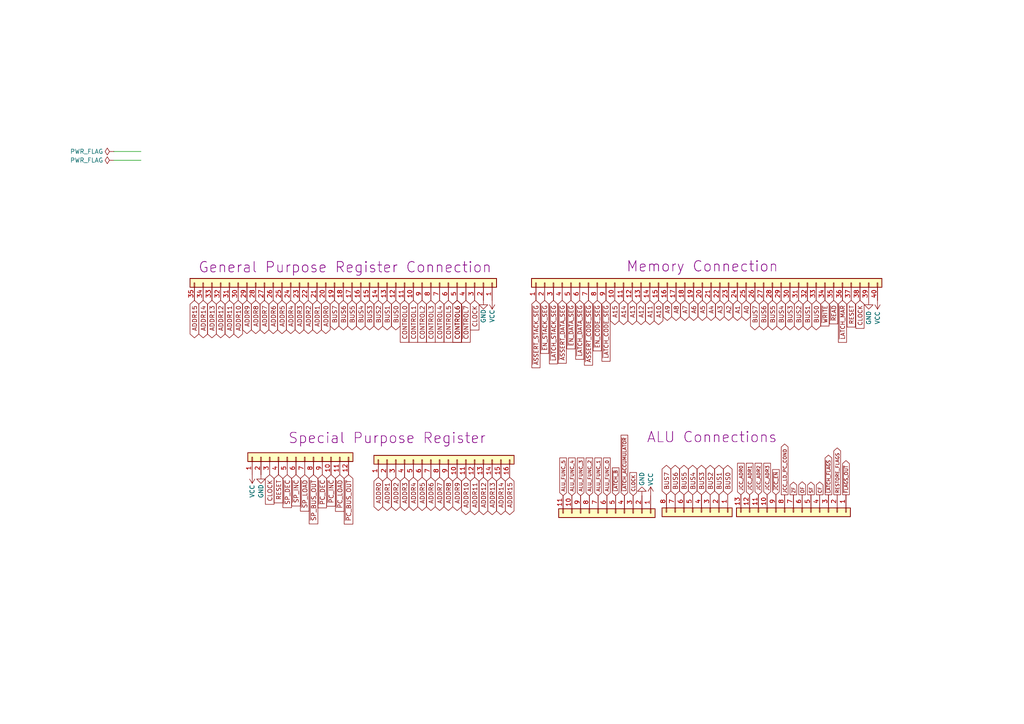
<source format=kicad_sch>
(kicad_sch (version 20211123) (generator eeschema)
  (paper "A4")
  (lib_symbols
    (symbol "Connector_Generic:Conn_01x08" (pin_names (offset 1.016) hide)
      (property "Reference" "J" (at 0 10.16 0))
      (property "Value" "Conn_01x08" (at 0 -12.7 0))
      (symbol "Conn_01x08_1_1"
        (rectangle (start -1.27 -10.033) (end 0 -10.287) (stroke (width 0.1524)))
        (rectangle (start -1.27 -7.493) (end 0 -7.747) (stroke (width 0.1524)))
        (rectangle (start -1.27 -4.953) (end 0 -5.207) (stroke (width 0.1524)))
        (rectangle (start -1.27 -2.413) (end 0 -2.667) (stroke (width 0.1524)))
        (rectangle (start -1.27 0.127) (end 0 -0.127) (stroke (width 0.1524)))
        (rectangle (start -1.27 2.667) (end 0 2.413) (stroke (width 0.1524)))
        (rectangle (start -1.27 5.207) (end 0 4.953) (stroke (width 0.1524)))
        (rectangle (start -1.27 7.747) (end 0 7.493) (stroke (width 0.1524)))
        (rectangle (start -1.27 8.89) (end 1.27 -11.43) (stroke (width 0.254)) (fill (type background)))
        (pin passive line (at -5.08 7.62 0) (length 3.81) (name "Pin_1") (number "1"))
        (pin passive line (at -5.08 5.08 0) (length 3.81) (name "Pin_2") (number "2"))
        (pin passive line (at -5.08 2.54 0) (length 3.81) (name "Pin_3") (number "3"))
        (pin passive line (at -5.08 0 0) (length 3.81) (name "Pin_4") (number "4"))
        (pin passive line (at -5.08 -2.54 0) (length 3.81) (name "Pin_5") (number "5"))
        (pin passive line (at -5.08 -5.08 0) (length 3.81) (name "Pin_6") (number "6"))
        (pin passive line (at -5.08 -7.62 0) (length 3.81) (name "Pin_7") (number "7"))
        (pin passive line (at -5.08 -10.16 0) (length 3.81) (name "Pin_8") (number "8"))
      )
    )
    (symbol "Connector_Generic:Conn_01x11" (pin_names (offset 1.016) hide)
      (property "Reference" "J" (at 0 15.24 0))
      (property "Value" "Conn_01x11" (at 0 -15.24 0))
      (symbol "Conn_01x11_1_1"
        (rectangle (start -1.27 -12.573) (end 0 -12.827) (stroke (width 0.1524)))
        (rectangle (start -1.27 -10.033) (end 0 -10.287) (stroke (width 0.1524)))
        (rectangle (start -1.27 -7.493) (end 0 -7.747) (stroke (width 0.1524)))
        (rectangle (start -1.27 -4.953) (end 0 -5.207) (stroke (width 0.1524)))
        (rectangle (start -1.27 -2.413) (end 0 -2.667) (stroke (width 0.1524)))
        (rectangle (start -1.27 0.127) (end 0 -0.127) (stroke (width 0.1524)))
        (rectangle (start -1.27 2.667) (end 0 2.413) (stroke (width 0.1524)))
        (rectangle (start -1.27 5.207) (end 0 4.953) (stroke (width 0.1524)))
        (rectangle (start -1.27 7.747) (end 0 7.493) (stroke (width 0.1524)))
        (rectangle (start -1.27 10.287) (end 0 10.033) (stroke (width 0.1524)))
        (rectangle (start -1.27 12.827) (end 0 12.573) (stroke (width 0.1524)))
        (rectangle (start -1.27 13.97) (end 1.27 -13.97) (stroke (width 0.254)) (fill (type background)))
        (pin passive line (at -5.08 12.7 0) (length 3.81) (name "Pin_1") (number "1"))
        (pin passive line (at -5.08 -10.16 0) (length 3.81) (name "Pin_10") (number "10"))
        (pin passive line (at -5.08 -12.7 0) (length 3.81) (name "Pin_11") (number "11"))
        (pin passive line (at -5.08 10.16 0) (length 3.81) (name "Pin_2") (number "2"))
        (pin passive line (at -5.08 7.62 0) (length 3.81) (name "Pin_3") (number "3"))
        (pin passive line (at -5.08 5.08 0) (length 3.81) (name "Pin_4") (number "4"))
        (pin passive line (at -5.08 2.54 0) (length 3.81) (name "Pin_5") (number "5"))
        (pin passive line (at -5.08 0 0) (length 3.81) (name "Pin_6") (number "6"))
        (pin passive line (at -5.08 -2.54 0) (length 3.81) (name "Pin_7") (number "7"))
        (pin passive line (at -5.08 -5.08 0) (length 3.81) (name "Pin_8") (number "8"))
        (pin passive line (at -5.08 -7.62 0) (length 3.81) (name "Pin_9") (number "9"))
      )
    )
    (symbol "Connector_Generic:Conn_01x12" (pin_names (offset 1.016) hide)
      (property "Reference" "J" (at 0 15.24 0))
      (property "Value" "Conn_01x12" (at 0 -17.78 0))
      (symbol "Conn_01x12_1_1"
        (rectangle (start -1.27 -15.113) (end 0 -15.367) (stroke (width 0.1524)))
        (rectangle (start -1.27 -12.573) (end 0 -12.827) (stroke (width 0.1524)))
        (rectangle (start -1.27 -10.033) (end 0 -10.287) (stroke (width 0.1524)))
        (rectangle (start -1.27 -7.493) (end 0 -7.747) (stroke (width 0.1524)))
        (rectangle (start -1.27 -4.953) (end 0 -5.207) (stroke (width 0.1524)))
        (rectangle (start -1.27 -2.413) (end 0 -2.667) (stroke (width 0.1524)))
        (rectangle (start -1.27 0.127) (end 0 -0.127) (stroke (width 0.1524)))
        (rectangle (start -1.27 2.667) (end 0 2.413) (stroke (width 0.1524)))
        (rectangle (start -1.27 5.207) (end 0 4.953) (stroke (width 0.1524)))
        (rectangle (start -1.27 7.747) (end 0 7.493) (stroke (width 0.1524)))
        (rectangle (start -1.27 10.287) (end 0 10.033) (stroke (width 0.1524)))
        (rectangle (start -1.27 12.827) (end 0 12.573) (stroke (width 0.1524)))
        (rectangle (start -1.27 13.97) (end 1.27 -16.51) (stroke (width 0.254)) (fill (type background)))
        (pin passive line (at -5.08 12.7 0) (length 3.81) (name "Pin_1") (number "1"))
        (pin passive line (at -5.08 -10.16 0) (length 3.81) (name "Pin_10") (number "10"))
        (pin passive line (at -5.08 -12.7 0) (length 3.81) (name "Pin_11") (number "11"))
        (pin passive line (at -5.08 -15.24 0) (length 3.81) (name "Pin_12") (number "12"))
        (pin passive line (at -5.08 10.16 0) (length 3.81) (name "Pin_2") (number "2"))
        (pin passive line (at -5.08 7.62 0) (length 3.81) (name "Pin_3") (number "3"))
        (pin passive line (at -5.08 5.08 0) (length 3.81) (name "Pin_4") (number "4"))
        (pin passive line (at -5.08 2.54 0) (length 3.81) (name "Pin_5") (number "5"))
        (pin passive line (at -5.08 0 0) (length 3.81) (name "Pin_6") (number "6"))
        (pin passive line (at -5.08 -2.54 0) (length 3.81) (name "Pin_7") (number "7"))
        (pin passive line (at -5.08 -5.08 0) (length 3.81) (name "Pin_8") (number "8"))
        (pin passive line (at -5.08 -7.62 0) (length 3.81) (name "Pin_9") (number "9"))
      )
    )
    (symbol "Connector_Generic:Conn_01x13" (pin_names (offset 1.016) hide)
      (property "Reference" "J" (at 0 17.78 0))
      (property "Value" "Conn_01x13" (at 0 -17.78 0))
      (symbol "Conn_01x13_1_1"
        (rectangle (start -1.27 -15.113) (end 0 -15.367) (stroke (width 0.1524)))
        (rectangle (start -1.27 -12.573) (end 0 -12.827) (stroke (width 0.1524)))
        (rectangle (start -1.27 -10.033) (end 0 -10.287) (stroke (width 0.1524)))
        (rectangle (start -1.27 -7.493) (end 0 -7.747) (stroke (width 0.1524)))
        (rectangle (start -1.27 -4.953) (end 0 -5.207) (stroke (width 0.1524)))
        (rectangle (start -1.27 -2.413) (end 0 -2.667) (stroke (width 0.1524)))
        (rectangle (start -1.27 0.127) (end 0 -0.127) (stroke (width 0.1524)))
        (rectangle (start -1.27 2.667) (end 0 2.413) (stroke (width 0.1524)))
        (rectangle (start -1.27 5.207) (end 0 4.953) (stroke (width 0.1524)))
        (rectangle (start -1.27 7.747) (end 0 7.493) (stroke (width 0.1524)))
        (rectangle (start -1.27 10.287) (end 0 10.033) (stroke (width 0.1524)))
        (rectangle (start -1.27 12.827) (end 0 12.573) (stroke (width 0.1524)))
        (rectangle (start -1.27 15.367) (end 0 15.113) (stroke (width 0.1524)))
        (rectangle (start -1.27 16.51) (end 1.27 -16.51) (stroke (width 0.254)) (fill (type background)))
        (pin passive line (at -5.08 15.24 0) (length 3.81) (name "Pin_1") (number "1"))
        (pin passive line (at -5.08 -7.62 0) (length 3.81) (name "Pin_10") (number "10"))
        (pin passive line (at -5.08 -10.16 0) (length 3.81) (name "Pin_11") (number "11"))
        (pin passive line (at -5.08 -12.7 0) (length 3.81) (name "Pin_12") (number "12"))
        (pin passive line (at -5.08 -15.24 0) (length 3.81) (name "Pin_13") (number "13"))
        (pin passive line (at -5.08 12.7 0) (length 3.81) (name "Pin_2") (number "2"))
        (pin passive line (at -5.08 10.16 0) (length 3.81) (name "Pin_3") (number "3"))
        (pin passive line (at -5.08 7.62 0) (length 3.81) (name "Pin_4") (number "4"))
        (pin passive line (at -5.08 5.08 0) (length 3.81) (name "Pin_5") (number "5"))
        (pin passive line (at -5.08 2.54 0) (length 3.81) (name "Pin_6") (number "6"))
        (pin passive line (at -5.08 0 0) (length 3.81) (name "Pin_7") (number "7"))
        (pin passive line (at -5.08 -2.54 0) (length 3.81) (name "Pin_8") (number "8"))
        (pin passive line (at -5.08 -5.08 0) (length 3.81) (name "Pin_9") (number "9"))
      )
    )
    (symbol "Connector_Generic:Conn_01x16" (pin_names (offset 1.016) hide)
      (property "Reference" "J" (at 0 20.32 0))
      (property "Value" "Conn_01x16" (at 0 -22.86 0))
      (symbol "Conn_01x16_1_1"
        (rectangle (start -1.27 -20.193) (end 0 -20.447) (stroke (width 0.1524)))
        (rectangle (start -1.27 -17.653) (end 0 -17.907) (stroke (width 0.1524)))
        (rectangle (start -1.27 -15.113) (end 0 -15.367) (stroke (width 0.1524)))
        (rectangle (start -1.27 -12.573) (end 0 -12.827) (stroke (width 0.1524)))
        (rectangle (start -1.27 -10.033) (end 0 -10.287) (stroke (width 0.1524)))
        (rectangle (start -1.27 -7.493) (end 0 -7.747) (stroke (width 0.1524)))
        (rectangle (start -1.27 -4.953) (end 0 -5.207) (stroke (width 0.1524)))
        (rectangle (start -1.27 -2.413) (end 0 -2.667) (stroke (width 0.1524)))
        (rectangle (start -1.27 0.127) (end 0 -0.127) (stroke (width 0.1524)))
        (rectangle (start -1.27 2.667) (end 0 2.413) (stroke (width 0.1524)))
        (rectangle (start -1.27 5.207) (end 0 4.953) (stroke (width 0.1524)))
        (rectangle (start -1.27 7.747) (end 0 7.493) (stroke (width 0.1524)))
        (rectangle (start -1.27 10.287) (end 0 10.033) (stroke (width 0.1524)))
        (rectangle (start -1.27 12.827) (end 0 12.573) (stroke (width 0.1524)))
        (rectangle (start -1.27 15.367) (end 0 15.113) (stroke (width 0.1524)))
        (rectangle (start -1.27 17.907) (end 0 17.653) (stroke (width 0.1524)))
        (rectangle (start -1.27 19.05) (end 1.27 -21.59) (stroke (width 0.254)) (fill (type background)))
        (pin passive line (at -5.08 17.78 0) (length 3.81) (name "Pin_1") (number "1"))
        (pin passive line (at -5.08 -5.08 0) (length 3.81) (name "Pin_10") (number "10"))
        (pin passive line (at -5.08 -7.62 0) (length 3.81) (name "Pin_11") (number "11"))
        (pin passive line (at -5.08 -10.16 0) (length 3.81) (name "Pin_12") (number "12"))
        (pin passive line (at -5.08 -12.7 0) (length 3.81) (name "Pin_13") (number "13"))
        (pin passive line (at -5.08 -15.24 0) (length 3.81) (name "Pin_14") (number "14"))
        (pin passive line (at -5.08 -17.78 0) (length 3.81) (name "Pin_15") (number "15"))
        (pin passive line (at -5.08 -20.32 0) (length 3.81) (name "Pin_16") (number "16"))
        (pin passive line (at -5.08 15.24 0) (length 3.81) (name "Pin_2") (number "2"))
        (pin passive line (at -5.08 12.7 0) (length 3.81) (name "Pin_3") (number "3"))
        (pin passive line (at -5.08 10.16 0) (length 3.81) (name "Pin_4") (number "4"))
        (pin passive line (at -5.08 7.62 0) (length 3.81) (name "Pin_5") (number "5"))
        (pin passive line (at -5.08 5.08 0) (length 3.81) (name "Pin_6") (number "6"))
        (pin passive line (at -5.08 2.54 0) (length 3.81) (name "Pin_7") (number "7"))
        (pin passive line (at -5.08 0 0) (length 3.81) (name "Pin_8") (number "8"))
        (pin passive line (at -5.08 -2.54 0) (length 3.81) (name "Pin_9") (number "9"))
      )
    )
    (symbol "Connector_Generic:Conn_01x35" (pin_names (offset 1.016) hide)
      (property "Reference" "J" (at 0 45.72 0))
      (property "Value" "Conn_01x35" (at 0 -45.72 0))
      (symbol "Conn_01x35_1_1"
        (rectangle (start -1.27 -43.053) (end 0 -43.307) (stroke (width 0.1524)))
        (rectangle (start -1.27 -40.513) (end 0 -40.767) (stroke (width 0.1524)))
        (rectangle (start -1.27 -37.973) (end 0 -38.227) (stroke (width 0.1524)))
        (rectangle (start -1.27 -35.433) (end 0 -35.687) (stroke (width 0.1524)))
        (rectangle (start -1.27 -32.893) (end 0 -33.147) (stroke (width 0.1524)))
        (rectangle (start -1.27 -30.353) (end 0 -30.607) (stroke (width 0.1524)))
        (rectangle (start -1.27 -27.813) (end 0 -28.067) (stroke (width 0.1524)))
        (rectangle (start -1.27 -25.273) (end 0 -25.527) (stroke (width 0.1524)))
        (rectangle (start -1.27 -22.733) (end 0 -22.987) (stroke (width 0.1524)))
        (rectangle (start -1.27 -20.193) (end 0 -20.447) (stroke (width 0.1524)))
        (rectangle (start -1.27 -17.653) (end 0 -17.907) (stroke (width 0.1524)))
        (rectangle (start -1.27 -15.113) (end 0 -15.367) (stroke (width 0.1524)))
        (rectangle (start -1.27 -12.573) (end 0 -12.827) (stroke (width 0.1524)))
        (rectangle (start -1.27 -10.033) (end 0 -10.287) (stroke (width 0.1524)))
        (rectangle (start -1.27 -7.493) (end 0 -7.747) (stroke (width 0.1524)))
        (rectangle (start -1.27 -4.953) (end 0 -5.207) (stroke (width 0.1524)))
        (rectangle (start -1.27 -2.413) (end 0 -2.667) (stroke (width 0.1524)))
        (rectangle (start -1.27 0.127) (end 0 -0.127) (stroke (width 0.1524)))
        (rectangle (start -1.27 2.667) (end 0 2.413) (stroke (width 0.1524)))
        (rectangle (start -1.27 5.207) (end 0 4.953) (stroke (width 0.1524)))
        (rectangle (start -1.27 7.747) (end 0 7.493) (stroke (width 0.1524)))
        (rectangle (start -1.27 10.287) (end 0 10.033) (stroke (width 0.1524)))
        (rectangle (start -1.27 12.827) (end 0 12.573) (stroke (width 0.1524)))
        (rectangle (start -1.27 15.367) (end 0 15.113) (stroke (width 0.1524)))
        (rectangle (start -1.27 17.907) (end 0 17.653) (stroke (width 0.1524)))
        (rectangle (start -1.27 20.447) (end 0 20.193) (stroke (width 0.1524)))
        (rectangle (start -1.27 22.987) (end 0 22.733) (stroke (width 0.1524)))
        (rectangle (start -1.27 25.527) (end 0 25.273) (stroke (width 0.1524)))
        (rectangle (start -1.27 28.067) (end 0 27.813) (stroke (width 0.1524)))
        (rectangle (start -1.27 30.607) (end 0 30.353) (stroke (width 0.1524)))
        (rectangle (start -1.27 33.147) (end 0 32.893) (stroke (width 0.1524)))
        (rectangle (start -1.27 35.687) (end 0 35.433) (stroke (width 0.1524)))
        (rectangle (start -1.27 38.227) (end 0 37.973) (stroke (width 0.1524)))
        (rectangle (start -1.27 40.767) (end 0 40.513) (stroke (width 0.1524)))
        (rectangle (start -1.27 43.307) (end 0 43.053) (stroke (width 0.1524)))
        (rectangle (start -1.27 44.45) (end 1.27 -44.45) (stroke (width 0.254)) (fill (type background)))
        (pin passive line (at -5.08 43.18 0) (length 3.81) (name "Pin_1") (number "1"))
        (pin passive line (at -5.08 20.32 0) (length 3.81) (name "Pin_10") (number "10"))
        (pin passive line (at -5.08 17.78 0) (length 3.81) (name "Pin_11") (number "11"))
        (pin passive line (at -5.08 15.24 0) (length 3.81) (name "Pin_12") (number "12"))
        (pin passive line (at -5.08 12.7 0) (length 3.81) (name "Pin_13") (number "13"))
        (pin passive line (at -5.08 10.16 0) (length 3.81) (name "Pin_14") (number "14"))
        (pin passive line (at -5.08 7.62 0) (length 3.81) (name "Pin_15") (number "15"))
        (pin passive line (at -5.08 5.08 0) (length 3.81) (name "Pin_16") (number "16"))
        (pin passive line (at -5.08 2.54 0) (length 3.81) (name "Pin_17") (number "17"))
        (pin passive line (at -5.08 0 0) (length 3.81) (name "Pin_18") (number "18"))
        (pin passive line (at -5.08 -2.54 0) (length 3.81) (name "Pin_19") (number "19"))
        (pin passive line (at -5.08 40.64 0) (length 3.81) (name "Pin_2") (number "2"))
        (pin passive line (at -5.08 -5.08 0) (length 3.81) (name "Pin_20") (number "20"))
        (pin passive line (at -5.08 -7.62 0) (length 3.81) (name "Pin_21") (number "21"))
        (pin passive line (at -5.08 -10.16 0) (length 3.81) (name "Pin_22") (number "22"))
        (pin passive line (at -5.08 -12.7 0) (length 3.81) (name "Pin_23") (number "23"))
        (pin passive line (at -5.08 -15.24 0) (length 3.81) (name "Pin_24") (number "24"))
        (pin passive line (at -5.08 -17.78 0) (length 3.81) (name "Pin_25") (number "25"))
        (pin passive line (at -5.08 -20.32 0) (length 3.81) (name "Pin_26") (number "26"))
        (pin passive line (at -5.08 -22.86 0) (length 3.81) (name "Pin_27") (number "27"))
        (pin passive line (at -5.08 -25.4 0) (length 3.81) (name "Pin_28") (number "28"))
        (pin passive line (at -5.08 -27.94 0) (length 3.81) (name "Pin_29") (number "29"))
        (pin passive line (at -5.08 38.1 0) (length 3.81) (name "Pin_3") (number "3"))
        (pin passive line (at -5.08 -30.48 0) (length 3.81) (name "Pin_30") (number "30"))
        (pin passive line (at -5.08 -33.02 0) (length 3.81) (name "Pin_31") (number "31"))
        (pin passive line (at -5.08 -35.56 0) (length 3.81) (name "Pin_32") (number "32"))
        (pin passive line (at -5.08 -38.1 0) (length 3.81) (name "Pin_33") (number "33"))
        (pin passive line (at -5.08 -40.64 0) (length 3.81) (name "Pin_34") (number "34"))
        (pin passive line (at -5.08 -43.18 0) (length 3.81) (name "Pin_35") (number "35"))
        (pin passive line (at -5.08 35.56 0) (length 3.81) (name "Pin_4") (number "4"))
        (pin passive line (at -5.08 33.02 0) (length 3.81) (name "Pin_5") (number "5"))
        (pin passive line (at -5.08 30.48 0) (length 3.81) (name "Pin_6") (number "6"))
        (pin passive line (at -5.08 27.94 0) (length 3.81) (name "Pin_7") (number "7"))
        (pin passive line (at -5.08 25.4 0) (length 3.81) (name "Pin_8") (number "8"))
        (pin passive line (at -5.08 22.86 0) (length 3.81) (name "Pin_9") (number "9"))
      )
    )
    (symbol "Connector_Generic:Conn_01x40" (pin_names (offset 1.016) hide)
      (property "Reference" "J" (at 0 50.8 0))
      (property "Value" "Conn_01x40" (at 0 -53.34 0))
      (symbol "Conn_01x40_1_1"
        (rectangle (start -1.27 -50.673) (end 0 -50.927) (stroke (width 0.1524)))
        (rectangle (start -1.27 -48.133) (end 0 -48.387) (stroke (width 0.1524)))
        (rectangle (start -1.27 -45.593) (end 0 -45.847) (stroke (width 0.1524)))
        (rectangle (start -1.27 -43.053) (end 0 -43.307) (stroke (width 0.1524)))
        (rectangle (start -1.27 -40.513) (end 0 -40.767) (stroke (width 0.1524)))
        (rectangle (start -1.27 -37.973) (end 0 -38.227) (stroke (width 0.1524)))
        (rectangle (start -1.27 -35.433) (end 0 -35.687) (stroke (width 0.1524)))
        (rectangle (start -1.27 -32.893) (end 0 -33.147) (stroke (width 0.1524)))
        (rectangle (start -1.27 -30.353) (end 0 -30.607) (stroke (width 0.1524)))
        (rectangle (start -1.27 -27.813) (end 0 -28.067) (stroke (width 0.1524)))
        (rectangle (start -1.27 -25.273) (end 0 -25.527) (stroke (width 0.1524)))
        (rectangle (start -1.27 -22.733) (end 0 -22.987) (stroke (width 0.1524)))
        (rectangle (start -1.27 -20.193) (end 0 -20.447) (stroke (width 0.1524)))
        (rectangle (start -1.27 -17.653) (end 0 -17.907) (stroke (width 0.1524)))
        (rectangle (start -1.27 -15.113) (end 0 -15.367) (stroke (width 0.1524)))
        (rectangle (start -1.27 -12.573) (end 0 -12.827) (stroke (width 0.1524)))
        (rectangle (start -1.27 -10.033) (end 0 -10.287) (stroke (width 0.1524)))
        (rectangle (start -1.27 -7.493) (end 0 -7.747) (stroke (width 0.1524)))
        (rectangle (start -1.27 -4.953) (end 0 -5.207) (stroke (width 0.1524)))
        (rectangle (start -1.27 -2.413) (end 0 -2.667) (stroke (width 0.1524)))
        (rectangle (start -1.27 0.127) (end 0 -0.127) (stroke (width 0.1524)))
        (rectangle (start -1.27 2.667) (end 0 2.413) (stroke (width 0.1524)))
        (rectangle (start -1.27 5.207) (end 0 4.953) (stroke (width 0.1524)))
        (rectangle (start -1.27 7.747) (end 0 7.493) (stroke (width 0.1524)))
        (rectangle (start -1.27 10.287) (end 0 10.033) (stroke (width 0.1524)))
        (rectangle (start -1.27 12.827) (end 0 12.573) (stroke (width 0.1524)))
        (rectangle (start -1.27 15.367) (end 0 15.113) (stroke (width 0.1524)))
        (rectangle (start -1.27 17.907) (end 0 17.653) (stroke (width 0.1524)))
        (rectangle (start -1.27 20.447) (end 0 20.193) (stroke (width 0.1524)))
        (rectangle (start -1.27 22.987) (end 0 22.733) (stroke (width 0.1524)))
        (rectangle (start -1.27 25.527) (end 0 25.273) (stroke (width 0.1524)))
        (rectangle (start -1.27 28.067) (end 0 27.813) (stroke (width 0.1524)))
        (rectangle (start -1.27 30.607) (end 0 30.353) (stroke (width 0.1524)))
        (rectangle (start -1.27 33.147) (end 0 32.893) (stroke (width 0.1524)))
        (rectangle (start -1.27 35.687) (end 0 35.433) (stroke (width 0.1524)))
        (rectangle (start -1.27 38.227) (end 0 37.973) (stroke (width 0.1524)))
        (rectangle (start -1.27 40.767) (end 0 40.513) (stroke (width 0.1524)))
        (rectangle (start -1.27 43.307) (end 0 43.053) (stroke (width 0.1524)))
        (rectangle (start -1.27 45.847) (end 0 45.593) (stroke (width 0.1524)))
        (rectangle (start -1.27 48.387) (end 0 48.133) (stroke (width 0.1524)))
        (rectangle (start -1.27 49.53) (end 1.27 -52.07) (stroke (width 0.254)) (fill (type background)))
        (pin passive line (at -5.08 48.26 0) (length 3.81) (name "Pin_1") (number "1"))
        (pin passive line (at -5.08 25.4 0) (length 3.81) (name "Pin_10") (number "10"))
        (pin passive line (at -5.08 22.86 0) (length 3.81) (name "Pin_11") (number "11"))
        (pin passive line (at -5.08 20.32 0) (length 3.81) (name "Pin_12") (number "12"))
        (pin passive line (at -5.08 17.78 0) (length 3.81) (name "Pin_13") (number "13"))
        (pin passive line (at -5.08 15.24 0) (length 3.81) (name "Pin_14") (number "14"))
        (pin passive line (at -5.08 12.7 0) (length 3.81) (name "Pin_15") (number "15"))
        (pin passive line (at -5.08 10.16 0) (length 3.81) (name "Pin_16") (number "16"))
        (pin passive line (at -5.08 7.62 0) (length 3.81) (name "Pin_17") (number "17"))
        (pin passive line (at -5.08 5.08 0) (length 3.81) (name "Pin_18") (number "18"))
        (pin passive line (at -5.08 2.54 0) (length 3.81) (name "Pin_19") (number "19"))
        (pin passive line (at -5.08 45.72 0) (length 3.81) (name "Pin_2") (number "2"))
        (pin passive line (at -5.08 0 0) (length 3.81) (name "Pin_20") (number "20"))
        (pin passive line (at -5.08 -2.54 0) (length 3.81) (name "Pin_21") (number "21"))
        (pin passive line (at -5.08 -5.08 0) (length 3.81) (name "Pin_22") (number "22"))
        (pin passive line (at -5.08 -7.62 0) (length 3.81) (name "Pin_23") (number "23"))
        (pin passive line (at -5.08 -10.16 0) (length 3.81) (name "Pin_24") (number "24"))
        (pin passive line (at -5.08 -12.7 0) (length 3.81) (name "Pin_25") (number "25"))
        (pin passive line (at -5.08 -15.24 0) (length 3.81) (name "Pin_26") (number "26"))
        (pin passive line (at -5.08 -17.78 0) (length 3.81) (name "Pin_27") (number "27"))
        (pin passive line (at -5.08 -20.32 0) (length 3.81) (name "Pin_28") (number "28"))
        (pin passive line (at -5.08 -22.86 0) (length 3.81) (name "Pin_29") (number "29"))
        (pin passive line (at -5.08 43.18 0) (length 3.81) (name "Pin_3") (number "3"))
        (pin passive line (at -5.08 -25.4 0) (length 3.81) (name "Pin_30") (number "30"))
        (pin passive line (at -5.08 -27.94 0) (length 3.81) (name "Pin_31") (number "31"))
        (pin passive line (at -5.08 -30.48 0) (length 3.81) (name "Pin_32") (number "32"))
        (pin passive line (at -5.08 -33.02 0) (length 3.81) (name "Pin_33") (number "33"))
        (pin passive line (at -5.08 -35.56 0) (length 3.81) (name "Pin_34") (number "34"))
        (pin passive line (at -5.08 -38.1 0) (length 3.81) (name "Pin_35") (number "35"))
        (pin passive line (at -5.08 -40.64 0) (length 3.81) (name "Pin_36") (number "36"))
        (pin passive line (at -5.08 -43.18 0) (length 3.81) (name "Pin_37") (number "37"))
        (pin passive line (at -5.08 -45.72 0) (length 3.81) (name "Pin_38") (number "38"))
        (pin passive line (at -5.08 -48.26 0) (length 3.81) (name "Pin_39") (number "39"))
        (pin passive line (at -5.08 40.64 0) (length 3.81) (name "Pin_4") (number "4"))
        (pin passive line (at -5.08 -50.8 0) (length 3.81) (name "Pin_40") (number "40"))
        (pin passive line (at -5.08 38.1 0) (length 3.81) (name "Pin_5") (number "5"))
        (pin passive line (at -5.08 35.56 0) (length 3.81) (name "Pin_6") (number "6"))
        (pin passive line (at -5.08 33.02 0) (length 3.81) (name "Pin_7") (number "7"))
        (pin passive line (at -5.08 30.48 0) (length 3.81) (name "Pin_8") (number "8"))
        (pin passive line (at -5.08 27.94 0) (length 3.81) (name "Pin_9") (number "9"))
      )
    )
    (symbol "power:GND" (power) (pin_names (offset 0))
      (property "Value" "GND" (at 0 -3.81 0))
      (symbol "GND_0_1"
        (polyline (pts (xy 0 0) (xy 0 -1.27) (xy 1.27 -1.27) (xy 0 -2.54) (xy -1.27 -1.27) (xy 0 -1.27)))
      )
      (symbol "GND_1_1"
        (pin power_in line (at 0 0 270) (length 0) hide (name "GND") (number "1"))
      )
    )
    (symbol "power:PWR_FLAG" (power) (pin_numbers hide) (pin_names (offset 0) hide)
      (property "Value" "PWR_FLAG" (at 0 3.81 0))
      (symbol "PWR_FLAG_0_0"
        (pin power_out line (at 0 0 90) (length 0) (name "pwr") (number "1"))
      )
      (symbol "PWR_FLAG_0_1"
        (polyline (pts (xy 0 0) (xy 0 1.27) (xy -1.016 1.905) (xy 0 2.54) (xy 1.016 1.905) (xy 0 1.27)))
      )
    )
    (symbol "power:VCC" (power) (pin_names (offset 0))
      (property "Value" "VCC" (at 0 3.81 0))
      (symbol "VCC_0_1"
        (polyline (pts (xy -0.762 1.27) (xy 0 2.54)))
        (polyline (pts (xy 0 0) (xy 0 2.54)))
        (polyline (pts (xy 0 2.54) (xy 0.762 1.27)))
      )
      (symbol "VCC_1_1"
        (pin power_in line (at 0 0 90) (length 0) hide (name "VCC") (number "1"))
      )
    )
  )
  (wire (pts (xy 33.02 43.942) (xy 40.894 43.942)))
  (wire (pts (xy 33.02 46.482) (xy 40.894 46.482)))
  (global_label "A4" (shape tri_state) (at 206.248 87.122 270) (property "Intersheet References" "${INTERSHEET_REFS}" (effects hide)))
  (global_label "JCC_LD_PC_COND" (shape output) (at 227.584 143.51 90) (effects (font (size 0.9906 0.9906))) (property "Intersheet References" "${INTERSHEET_REFS}" (effects hide)))
  (global_label "ADDR6" (shape tri_state) (at 79.248 87.122 270) (property "Intersheet References" "${INTERSHEET_REFS}" (effects hide)))
  (global_label "~{ASSERT_STACK_SEG}" (shape input) (at 155.448 87.122 270) (effects (font (size 1.2 1.2))) (property "Intersheet References" "${INTERSHEET_REFS}" (effects hide)))
  (global_label "BUS0" (shape tri_state) (at 211.074 143.51 90) (property "Intersheet References" "${INTERSHEET_REFS}" (effects hide)))
  (global_label "ALU_FUNC_5" (shape input) (at 163.322 143.764 90) (effects (font (size 0.9906 0.9906))) (property "Intersheet References" "${INTERSHEET_REFS}" (effects hide)))
  (global_label "ADDR2" (shape tri_state) (at 89.408 87.122 270) (property "Intersheet References" "${INTERSHEET_REFS}" (effects hide)))
  (global_label "~{READ}" (shape input) (at 241.808 87.122 270) (effects (font (size 1.2 1.2))) (property "Intersheet References" "${INTERSHEET_REFS}" (effects hide)))
  (global_label "A5" (shape tri_state) (at 203.708 87.122 270) (property "Intersheet References" "${INTERSHEET_REFS}" (effects hide)))
  (global_label "ADDR10" (shape tri_state) (at 69.088 87.122 270) (property "Intersheet References" "${INTERSHEET_REFS}" (effects hide)))
  (global_label "A15" (shape tri_state) (at 178.308 87.122 270) (property "Intersheet References" "${INTERSHEET_REFS}" (effects hide)))
  (global_label "~{LATCH_B}" (shape input) (at 178.562 143.764 90) (effects (font (size 0.9906 0.9906))) (property "Intersheet References" "${INTERSHEET_REFS}" (effects hide)))
  (global_label "BUS1" (shape tri_state) (at 208.534 143.51 90) (property "Intersheet References" "${INTERSHEET_REFS}" (effects hide)))
  (global_label "ADDR9" (shape tri_state) (at 132.588 138.43 270) (property "Intersheet References" "${INTERSHEET_REFS}" (effects hide)))
  (global_label "CLOCK" (shape input) (at 78.232 137.668 270) (property "Intersheet References" "${INTERSHEET_REFS}" (effects hide)))
  (global_label "OF" (shape output) (at 232.664 143.51 90) (effects (font (size 0.9906 0.9906))) (property "Intersheet References" "${INTERSHEET_REFS}" (effects hide)))
  (global_label "ALU_FUNC_1" (shape input) (at 173.482 143.764 90) (effects (font (size 0.9906 0.9906))) (property "Intersheet References" "${INTERSHEET_REFS}" (effects hide)))
  (global_label "~{LATCH_DATA_SEG}" (shape input) (at 168.148 87.122 270) (effects (font (size 1.2 1.2))) (property "Intersheet References" "${INTERSHEET_REFS}" (effects hide)))
  (global_label "A0" (shape tri_state) (at 216.408 87.122 270) (property "Intersheet References" "${INTERSHEET_REFS}" (effects hide)))
  (global_label "CONTROL2" (shape input) (at 122.428 87.122 270) (property "Intersheet References" "${INTERSHEET_REFS}" (effects hide)))
  (global_label "ADDR12" (shape tri_state) (at 140.208 138.43 270) (property "Intersheet References" "${INTERSHEET_REFS}" (effects hide)))
  (global_label "~{PC_DEC}" (shape input) (at 93.472 137.668 270) (property "Intersheet References" "${INTERSHEET_REFS}" (effects hide)))
  (global_label "CONTROL6" (shape input) (at 132.588 87.122 270) (property "Intersheet References" "${INTERSHEET_REFS}" (effects hide)))
  (global_label "ADDR7" (shape tri_state) (at 76.708 87.122 270) (property "Intersheet References" "${INTERSHEET_REFS}" (effects hide)))
  (global_label "JCC_ADR2" (shape input) (at 219.964 143.51 90) (effects (font (size 0.9906 0.9906))) (property "Intersheet References" "${INTERSHEET_REFS}" (effects hide)))
  (global_label "ZF" (shape output) (at 230.124 143.51 90) (effects (font (size 0.9906 0.9906))) (property "Intersheet References" "${INTERSHEET_REFS}" (effects hide)))
  (global_label "ADDR6" (shape tri_state) (at 124.968 138.43 270) (property "Intersheet References" "${INTERSHEET_REFS}" (effects hide)))
  (global_label "A14" (shape tri_state) (at 180.848 87.122 270) (property "Intersheet References" "${INTERSHEET_REFS}" (effects hide)))
  (global_label "~{LATCH_CODE_SEG}" (shape input) (at 175.768 87.122 270) (effects (font (size 1.2 1.2))) (property "Intersheet References" "${INTERSHEET_REFS}" (effects hide)))
  (global_label "ADDR4" (shape tri_state) (at 84.328 87.122 270) (property "Intersheet References" "${INTERSHEET_REFS}" (effects hide)))
  (global_label "ADDR10" (shape tri_state) (at 135.128 138.43 270) (property "Intersheet References" "${INTERSHEET_REFS}" (effects hide)))
  (global_label "ADDR4" (shape tri_state) (at 119.888 138.43 270) (property "Intersheet References" "${INTERSHEET_REFS}" (effects hide)))
  (global_label "ADDR11" (shape tri_state) (at 137.668 138.43 270) (property "Intersheet References" "${INTERSHEET_REFS}" (effects hide)))
  (global_label "CLOCK" (shape input) (at 249.428 87.122 270) (effects (font (size 1.2 1.2))) (property "Intersheet References" "${INTERSHEET_REFS}" (effects hide)))
  (global_label "BUS3" (shape tri_state) (at 203.454 143.51 90) (property "Intersheet References" "${INTERSHEET_REFS}" (effects hide)))
  (global_label "ADDR7" (shape tri_state) (at 127.508 138.43 270) (property "Intersheet References" "${INTERSHEET_REFS}" (effects hide)))
  (global_label "ADDR14" (shape tri_state) (at 58.928 87.122 270) (property "Intersheet References" "${INTERSHEET_REFS}" (effects hide)))
  (global_label "~{SP_LOAD}" (shape input) (at 88.392 137.668 270) (property "Intersheet References" "${INTERSHEET_REFS}" (effects hide)))
  (global_label "ADDR1" (shape tri_state) (at 91.948 87.122 270) (property "Intersheet References" "${INTERSHEET_REFS}" (effects hide)))
  (global_label "BUS2" (shape tri_state) (at 231.648 87.122 270) (property "Intersheet References" "${INTERSHEET_REFS}" (effects hide)))
  (global_label "CONTROL6" (shape input) (at 132.588 87.122 270) (property "Intersheet References" "${INTERSHEET_REFS}" (effects hide)))
  (global_label "BUS3" (shape tri_state) (at 229.108 87.122 270) (property "Intersheet References" "${INTERSHEET_REFS}" (effects hide)))
  (global_label "BUS7" (shape tri_state) (at 218.948 87.122 270) (property "Intersheet References" "${INTERSHEET_REFS}" (effects hide)))
  (global_label "~{LATCH_FLAGS}" (shape output) (at 240.284 143.51 90) (effects (font (size 0.9906 0.9906))) (property "Intersheet References" "${INTERSHEET_REFS}" (effects hide)))
  (global_label "ALU_FUNC_4" (shape input) (at 165.862 143.764 90) (effects (font (size 0.9906 0.9906))) (property "Intersheet References" "${INTERSHEET_REFS}" (effects hide)))
  (global_label "ADDR0" (shape tri_state) (at 94.488 87.122 270) (property "Intersheet References" "${INTERSHEET_REFS}" (effects hide)))
  (global_label "ADDR3" (shape tri_state) (at 86.868 87.122 270) (property "Intersheet References" "${INTERSHEET_REFS}" (effects hide)))
  (global_label "CLOCK" (shape input) (at 183.642 143.764 90) (effects (font (size 0.9906 0.9906))) (property "Intersheet References" "${INTERSHEET_REFS}" (effects hide)))
  (global_label "ADDR0" (shape tri_state) (at 109.728 138.43 270) (property "Intersheet References" "${INTERSHEET_REFS}" (effects hide)))
  (global_label "~{ASSERT_DATA_SEG}" (shape input) (at 163.068 87.122 270) (effects (font (size 1.2 1.2))) (property "Intersheet References" "${INTERSHEET_REFS}" (effects hide)))
  (global_label "RESET" (shape input) (at 80.772 137.668 270) (property "Intersheet References" "${INTERSHEET_REFS}" (effects hide)))
  (global_label "ADDR11" (shape tri_state) (at 66.548 87.122 270) (property "Intersheet References" "${INTERSHEET_REFS}" (effects hide)))
  (global_label "ALU_FUNC_3" (shape input) (at 168.402 143.764 90) (effects (font (size 0.9906 0.9906))) (property "Intersheet References" "${INTERSHEET_REFS}" (effects hide)))
  (global_label "~{SP_DEC}" (shape input) (at 83.312 137.668 270) (property "Intersheet References" "${INTERSHEET_REFS}" (effects hide)))
  (global_label "ADDR2" (shape tri_state) (at 114.808 138.43 270) (property "Intersheet References" "${INTERSHEET_REFS}" (effects hide)))
  (global_label "CONTROL5" (shape input) (at 130.048 87.122 270) (property "Intersheet References" "${INTERSHEET_REFS}" (effects hide)))
  (global_label "~{LATCH_MAR}" (shape input) (at 244.348 87.122 270) (effects (font (size 1.2 1.2))) (property "Intersheet References" "${INTERSHEET_REFS}" (effects hide)))
  (global_label "A9" (shape tri_state) (at 193.548 87.122 270) (property "Intersheet References" "${INTERSHEET_REFS}" (effects hide)))
  (global_label "A11" (shape tri_state) (at 188.468 87.122 270) (property "Intersheet References" "${INTERSHEET_REFS}" (effects hide)))
  (global_label "CONTROL3" (shape input) (at 124.968 87.122 270) (property "Intersheet References" "${INTERSHEET_REFS}" (effects hide)))
  (global_label "A1" (shape tri_state) (at 213.868 87.122 270) (property "Intersheet References" "${INTERSHEET_REFS}" (effects hide)))
  (global_label "BUS5" (shape tri_state) (at 198.374 143.51 90) (property "Intersheet References" "${INTERSHEET_REFS}" (effects hide)))
  (global_label "~{PC_BUS_OUT}" (shape input) (at 101.092 137.668 270) (property "Intersheet References" "${INTERSHEET_REFS}" (effects hide)))
  (global_label "BUS3" (shape tri_state) (at 107.188 87.122 270) (property "Intersheet References" "${INTERSHEET_REFS}" (effects hide)))
  (global_label "ADDR15" (shape tri_state) (at 147.828 138.43 270) (property "Intersheet References" "${INTERSHEET_REFS}" (effects hide)))
  (global_label "ADDR8" (shape tri_state) (at 130.048 138.43 270) (property "Intersheet References" "${INTERSHEET_REFS}" (effects hide)))
  (global_label "BUS4" (shape tri_state) (at 200.914 143.51 90) (property "Intersheet References" "${INTERSHEET_REFS}" (effects hide)))
  (global_label "~{LATCH_ACCUMULATOR}" (shape input) (at 181.102 143.764 90) (effects (font (size 0.9906 0.9906))) (property "Intersheet References" "${INTERSHEET_REFS}" (effects hide)))
  (global_label "CONTROL1" (shape input) (at 119.888 87.122 270) (property "Intersheet References" "${INTERSHEET_REFS}" (effects hide)))
  (global_label "~{CONTROL7}" (shape input) (at 135.128 87.122 270) (property "Intersheet References" "${INTERSHEET_REFS}" (effects hide)))
  (global_label "BUS1" (shape tri_state) (at 234.188 87.122 270) (property "Intersheet References" "${INTERSHEET_REFS}" (effects hide)))
  (global_label "BUS0" (shape tri_state) (at 114.808 87.122 270) (property "Intersheet References" "${INTERSHEET_REFS}" (effects hide)))
  (global_label "~{EN_DATA_SEG}" (shape input) (at 165.608 87.122 270) (effects (font (size 1.2 1.2))) (property "Intersheet References" "${INTERSHEET_REFS}" (effects hide)))
  (global_label "A10" (shape tri_state) (at 191.008 87.122 270) (property "Intersheet References" "${INTERSHEET_REFS}" (effects hide)))
  (global_label "~{PC_INC}" (shape input) (at 96.012 137.668 270) (property "Intersheet References" "${INTERSHEET_REFS}" (effects hide)))
  (global_label "ADDR3" (shape tri_state) (at 117.348 138.43 270) (property "Intersheet References" "${INTERSHEET_REFS}" (effects hide)))
  (global_label "BUS6" (shape tri_state) (at 99.568 87.122 270) (property "Intersheet References" "${INTERSHEET_REFS}" (effects hide)))
  (global_label "A2" (shape tri_state) (at 211.328 87.122 270) (property "Intersheet References" "${INTERSHEET_REFS}" (effects hide)))
  (global_label "A6" (shape tri_state) (at 201.168 87.122 270) (property "Intersheet References" "${INTERSHEET_REFS}" (effects hide)))
  (global_label "BUS5" (shape tri_state) (at 224.028 87.122 270) (property "Intersheet References" "${INTERSHEET_REFS}" (effects hide)))
  (global_label "BUS6" (shape tri_state) (at 195.834 143.51 90) (property "Intersheet References" "${INTERSHEET_REFS}" (effects hide)))
  (global_label "A12" (shape tri_state) (at 185.928 87.122 270) (property "Intersheet References" "${INTERSHEET_REFS}" (effects hide)))
  (global_label "BUS7" (shape tri_state) (at 193.294 143.51 90) (property "Intersheet References" "${INTERSHEET_REFS}" (effects hide)))
  (global_label "ADDR14" (shape tri_state) (at 145.288 138.43 270) (property "Intersheet References" "${INTERSHEET_REFS}" (effects hide)))
  (global_label "~{PC_LOAD}" (shape input) (at 98.552 137.668 270) (property "Intersheet References" "${INTERSHEET_REFS}" (effects hide)))
  (global_label "~{SP_BUS_OUT}" (shape input) (at 90.932 137.668 270) (property "Intersheet References" "${INTERSHEET_REFS}" (effects hide)))
  (global_label "ALU_FUNC_0" (shape input) (at 176.022 143.764 90) (effects (font (size 0.9906 0.9906))) (property "Intersheet References" "${INTERSHEET_REFS}" (effects hide)))
  (global_label "ADDR5" (shape tri_state) (at 122.428 138.43 270) (property "Intersheet References" "${INTERSHEET_REFS}" (effects hide)))
  (global_label "CONTROL0" (shape input) (at 117.348 87.122 270) (property "Intersheet References" "${INTERSHEET_REFS}" (effects hide)))
  (global_label "CONTROL4" (shape input) (at 127.508 87.122 270) (property "Intersheet References" "${INTERSHEET_REFS}" (effects hide)))
  (global_label "A7" (shape tri_state) (at 198.628 87.122 270) (property "Intersheet References" "${INTERSHEET_REFS}" (effects hide)))
  (global_label "CF" (shape output) (at 237.744 143.51 90) (effects (font (size 0.9906 0.9906))) (property "Intersheet References" "${INTERSHEET_REFS}" (effects hide)))
  (global_label "ADDR5" (shape tri_state) (at 81.788 87.122 270) (property "Intersheet References" "${INTERSHEET_REFS}" (effects hide)))
  (global_label "JCC_ADR0" (shape input) (at 214.884 143.51 90) (effects (font (size 0.9906 0.9906))) (property "Intersheet References" "${INTERSHEET_REFS}" (effects hide)))
  (global_label "~{EN_STACK_SEG}" (shape input) (at 157.988 87.122 270) (effects (font (size 1.2 1.2))) (property "Intersheet References" "${INTERSHEET_REFS}" (effects hide)))
  (global_label "BUS2" (shape tri_state) (at 205.994 143.51 90) (property "Intersheet References" "${INTERSHEET_REFS}" (effects hide)))
  (global_label "BUS4" (shape tri_state) (at 226.568 87.122 270) (property "Intersheet References" "${INTERSHEET_REFS}" (effects hide)))
  (global_label "A13" (shape tri_state) (at 183.388 87.122 270) (property "Intersheet References" "${INTERSHEET_REFS}" (effects hide)))
  (global_label "~{ASSERT_CODE_SEG}" (shape input) (at 170.688 87.122 270) (effects (font (size 1.2 1.2))) (property "Intersheet References" "${INTERSHEET_REFS}" (effects hide)))
  (global_label "BUS6" (shape tri_state) (at 221.488 87.122 270) (property "Intersheet References" "${INTERSHEET_REFS}" (effects hide)))
  (global_label "A8" (shape tri_state) (at 196.088 87.122 270) (property "Intersheet References" "${INTERSHEET_REFS}" (effects hide)))
  (global_label "~{SP_INC}" (shape input) (at 85.852 137.668 270) (property "Intersheet References" "${INTERSHEET_REFS}" (effects hide)))
  (global_label "JCC_ADR3" (shape input) (at 222.504 143.51 90) (effects (font (size 0.9906 0.9906))) (property "Intersheet References" "${INTERSHEET_REFS}" (effects hide)))
  (global_label "ADDR9" (shape tri_state) (at 71.628 87.122 270) (property "Intersheet References" "${INTERSHEET_REFS}" (effects hide)))
  (global_label "RESTORE_FLAGS" (shape output) (at 242.824 143.51 90) (effects (font (size 0.9906 0.9906))) (property "Intersheet References" "${INTERSHEET_REFS}" (effects hide)))
  (global_label "~{JCC_EN}" (shape input) (at 225.044 143.51 90) (effects (font (size 0.9906 0.9906))) (property "Intersheet References" "${INTERSHEET_REFS}" (effects hide)))
  (global_label "~{FLAGS_OUT}" (shape output) (at 245.364 143.51 90) (effects (font (size 0.9906 0.9906))) (property "Intersheet References" "${INTERSHEET_REFS}" (effects hide)))
  (global_label "ADDR1" (shape tri_state) (at 112.268 138.43 270) (property "Intersheet References" "${INTERSHEET_REFS}" (effects hide)))
  (global_label "BUS4" (shape tri_state) (at 104.648 87.122 270) (property "Intersheet References" "${INTERSHEET_REFS}" (effects hide)))
  (global_label "SF" (shape output) (at 235.204 143.51 90) (effects (font (size 0.9906 0.9906))) (property "Intersheet References" "${INTERSHEET_REFS}" (effects hide)))
  (global_label "BUS5" (shape tri_state) (at 102.108 87.122 270) (property "Intersheet References" "${INTERSHEET_REFS}" (effects hide)))
  (global_label "ADDR8" (shape tri_state) (at 74.168 87.122 270) (property "Intersheet References" "${INTERSHEET_REFS}" (effects hide)))
  (global_label "~{EN_CODE_SEG}" (shape input) (at 173.228 87.122 270) (effects (font (size 1.2 1.2))) (property "Intersheet References" "${INTERSHEET_REFS}" (effects hide)))
  (global_label "BUS0" (shape tri_state) (at 236.728 87.122 270) (property "Intersheet References" "${INTERSHEET_REFS}" (effects hide)))
  (global_label "~{LATCH_STACK_SEG}" (shape input) (at 160.528 87.122 270) (effects (font (size 1.2 1.2))) (property "Intersheet References" "${INTERSHEET_REFS}" (effects hide)))
  (global_label "ADDR15" (shape tri_state) (at 56.388 87.122 270) (property "Intersheet References" "${INTERSHEET_REFS}" (effects hide)))
  (global_label "ADDR12" (shape tri_state) (at 64.008 87.122 270) (property "Intersheet References" "${INTERSHEET_REFS}" (effects hide)))
  (global_label "BUS2" (shape tri_state) (at 109.728 87.122 270) (property "Intersheet References" "${INTERSHEET_REFS}" (effects hide)))
  (global_label "A3" (shape tri_state) (at 208.788 87.122 270) (property "Intersheet References" "${INTERSHEET_REFS}" (effects hide)))
  (global_label "BUS1" (shape tri_state) (at 112.268 87.122 270) (property "Intersheet References" "${INTERSHEET_REFS}" (effects hide)))
  (global_label "ALU_FUNC_2" (shape input) (at 170.942 143.764 90) (effects (font (size 0.9906 0.9906))) (property "Intersheet References" "${INTERSHEET_REFS}" (effects hide)))
  (global_label "ADDR13" (shape tri_state) (at 61.468 87.122 270) (property "Intersheet References" "${INTERSHEET_REFS}" (effects hide)))
  (global_label "CLOCK" (shape input) (at 137.668 87.122 270) (property "Intersheet References" "${INTERSHEET_REFS}" (effects hide)))
  (global_label "BUS7" (shape tri_state) (at 97.028 87.122 270) (property "Intersheet References" "${INTERSHEET_REFS}" (effects hide)))
  (global_label "~{WRITE}" (shape input) (at 239.268 87.122 270) (effects (font (size 1.2 1.2))) (property "Intersheet References" "${INTERSHEET_REFS}" (effects hide)))
  (global_label "JCC_ADR1" (shape input) (at 217.424 143.51 90) (effects (font (size 0.9906 0.9906))) (property "Intersheet References" "${INTERSHEET_REFS}" (effects hide)))
  (global_label "ADDR13" (shape tri_state) (at 142.748 138.43 270) (property "Intersheet References" "${INTERSHEET_REFS}" (effects hide)))
  (global_label "RESET" (shape input) (at 246.888 87.122 270) (effects (font (size 1.2 1.2))) (property "Intersheet References" "${INTERSHEET_REFS}" (effects hide)))
  (symbol (lib_id "power:VCC") (at 254.508 87.122 0) (mirror x) (unit 1)
    (property "Reference" "#PWR08" (effects hide))
    (property "Value" "VCC" (at 254.508 92.202 90))
  )
  (symbol (lib_id "power:GND") (at 186.182 143.764 180) (unit 1)
    (property "Reference" "#PWR05" (effects hide))
    (property "Value" "GND" (at 186.182 140.97 90) (effects (justify right)))
  )
  (symbol (lib_id "power:PWR_FLAG") (at 33.02 43.942 90) (unit 1)
    (property "Reference" "#FLG01" (effects hide))
    (property "Value" "PWR_FLAG" (at 25.146 43.942 90))
  )
  (symbol (lib_id "Connector_Generic:Conn_01x35") (at 99.568 82.042 270) (mirror x) (unit 1)
    (property "Reference" "J2" (effects hide))
    (property "Value" "Conn_01x35" (effects hide))
    (property "Footprint" "Connector_PinSocket_2.54mm:PinSocket_1x35_P2.54mm_Horizontal" (effects hide))
    (property "Field4" "General Purpose Register Connection" (at 100.076 77.47 90) (effects (font (size 3 3))))
  )
  (symbol (lib_id "power:VCC") (at 73.152 137.668 0) (mirror x) (unit 1)
    (property "Reference" "#PWR01" (effects hide))
    (property "Value" "VCC" (at 73.152 142.494 90))
  )
  (symbol (lib_id "power:GND") (at 251.968 87.122 0) (mirror y) (unit 1)
    (property "Reference" "#PWR07" (effects hide))
    (property "Value" "GND" (at 251.968 92.202 90))
  )
  (symbol (lib_id "Connector_Generic:Conn_01x11") (at 176.022 148.844 270) (unit 1)
    (property "Reference" "J4" (effects hide))
    (property "Value" "Conn_01x12" (effects hide))
    (property "Footprint" "Connector_PinSocket_2.54mm:PinSocket_1x11_P2.54mm_Horizontal" (effects hide))
    (property "Field4" "ALU Connections" (at 206.502 126.746 90) (effects (font (size 3 3))))
  )
  (symbol (lib_id "power:GND") (at 140.208 87.122 0) (unit 1)
    (property "Reference" "#PWR03" (effects hide))
    (property "Value" "GND" (at 140.208 91.694 90))
  )
  (symbol (lib_id "Connector_Generic:Conn_01x12") (at 85.852 132.588 90) (unit 1)
    (property "Reference" "J1" (effects hide))
    (property "Value" "Conn_01x12" (effects hide))
    (property "Footprint" "Connector_PinSocket_2.54mm:PinSocket_1x12_P2.54mm_Horizontal" (effects hide))
    (property "Field4" "Special Purpose Register" (at 112.268 127 90) (effects (font (size 3 3))))
  )
  (symbol (lib_id "power:GND") (at 75.692 137.668 0) (mirror y) (unit 1)
    (property "Reference" "#PWR02" (effects hide))
    (property "Value" "GND" (at 75.692 142.494 90))
  )
  (symbol (lib_id "Connector_Generic:Conn_01x13") (at 230.124 148.59 270) (unit 1)
    (property "Reference" "J7" (effects hide))
    (property "Value" "Conn_01x13" (effects hide))
    (property "Footprint" "Connector_PinSocket_2.54mm:PinSocket_1x13_P2.54mm_Horizontal" (effects hide))
  )
  (symbol (lib_id "power:PWR_FLAG") (at 33.02 46.482 90) (unit 1)
    (property "Reference" "#FLG02" (effects hide))
    (property "Value" "PWR_FLAG" (at 25.146 46.482 90))
  )
  (symbol (lib_id "Connector_Generic:Conn_01x16") (at 127.508 133.35 90) (unit 1)
    (property "Reference" "J3" (effects hide))
    (property "Value" "Conn_01x16" (effects hide))
    (property "Footprint" "Connector_PinSocket_2.54mm:PinSocket_1x16_P2.54mm_Horizontal" (effects hide))
  )
  (symbol (lib_id "Connector_Generic:Conn_01x08") (at 203.454 148.59 270) (unit 1)
    (property "Reference" "J5" (effects hide))
    (property "Value" "Conn_01x08" (effects hide))
    (property "Footprint" "Connector_PinSocket_2.54mm:PinSocket_1x08_P2.54mm_Horizontal" (effects hide))
  )
  (symbol (lib_id "power:VCC") (at 142.748 87.122 180) (unit 1)
    (property "Reference" "#PWR04" (effects hide))
    (property "Value" "VCC" (at 142.748 91.694 90))
  )
  (symbol (lib_id "Connector_Generic:Conn_01x40") (at 203.708 82.042 90) (unit 1)
    (property "Reference" "J6" (effects hide))
    (property "Value" "Conn_01x40" (effects hide))
    (property "Footprint" "Connector_PinSocket_2.54mm:PinSocket_1x40_P2.54mm_Horizontal" (effects hide))
    (property "Field4" "Memory Connection" (at 203.708 77.216 90) (effects (font (size 3 3))))
  )
  (symbol (lib_id "power:VCC") (at 188.722 143.764 0) (unit 1)
    (property "Reference" "#PWR06" (effects hide))
    (property "Value" "VCC" (at 188.722 140.97 90) (effects (justify left)))
  )
)
</source>
